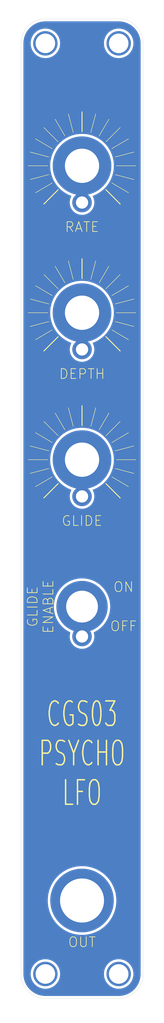
<source format=kicad_pcb>
(kicad_pcb (version 20211014) (generator pcbnew)
  (title_block (title "CGS03 Psycho LFO Front Panel") (date "2022-08-05") (rev "0.1") (company "fbus"))
  (layers (0 "F.Cu" signal) (31 "B.Cu" signal) (34 "B.Paste" user) (35 "F.Paste" user) (36 "B.SilkS" user "B.Silkscreen") (37 "F.SilkS" user "F.Silkscreen") (38 "B.Mask" user) (39 "F.Mask" user) (44 "Edge.Cuts" user))
  (net 0 "")
  (footprint "kosmo-panel:Miniature Toggle Switch" (layer "F.Cu") (at 42.5 140)
    (fp_text reference "REF**")
    (fp_text value "Miniature Toggle Switch")
    (pad "" np_thru_hole circle (at 0 0) (size 10.5 10.5) (drill 6.5) (layers F&B.Cu *.Mask))
    (pad "" np_thru_hole circle (at 0 6.1) (size 4 4) (drill 2.5) (layers F&B.Cu *.Mask))
  )
  (footprint "kosmo-panel:6.5 mm (Quarter Inch) Jack" (layer "F.Cu") (at 42.5 200)
    (fp_text reference "REF**")
    (fp_text value "6.5 mm (Quarter Inch) Jack")
    (pad "" np_thru_hole circle (at 0 0) (size 13 13) (drill 9) (layers F&B.Cu *.Mask))
  )
  (footprint "kosmo-panel:Potentiometer Sunburst Small" (layer "F.Cu") (at 42.5 50)
    (fp_text reference "REF**")
    (fp_text value "Potentiometer Sunburst Small")
    (fp_line (start 10.6 -2.8) (end 6.8 -1.8) (layer "F.SilkS") (width 0.1))
    (fp_line (start -1.8 -6.8) (end -2.8 -10.6) (layer "F.SilkS") (width 0.1))
    (fp_line (start 10.6 2.8) (end 6.8 1.8) (layer "F.SilkS") (width 0.1))
    (fp_line (start 0 -7) (end 0 -11) (layer "F.SilkS") (width 0.2))
    (fp_line (start -6.8 1.8) (end -10.6 2.8) (layer "F.SilkS") (width 0.1))
    (fp_line (start -4.9 4.9) (end -7.8 7.8) (layer "F.SilkS") (width 0.2))
    (fp_line (start -3.5 -6.1) (end -5.5 -9.5) (layer "F.SilkS") (width 0.1))
    (fp_line (start -6.1 3.5) (end -9.5 5.5) (layer "F.SilkS") (width 0.1))
    (fp_line (start 4.9 -4.9) (end 7.8 -7.8) (layer "F.SilkS") (width 0.1))
    (fp_line (start -6.8 -1.8) (end -10.6 -2.8) (layer "F.SilkS") (width 0.1))
    (fp_line (start -7 0) (end -11 0) (layer "F.SilkS") (width 0.1))
    (fp_line (start 9.5 5.5) (end 6.1 3.5) (layer "F.SilkS") (width 0.1))
    (fp_line (start 4.9 4.9) (end 7.8 7.8) (layer "F.SilkS") (width 0.2))
    (fp_line (start 9.5 -5.5) (end 6.1 -3.5) (layer "F.SilkS") (width 0.1))
    (fp_line (start 2.8 -10.6) (end 1.8 -6.8) (layer "F.SilkS") (width 0.1))
    (fp_line (start 11 0) (end 7 0) (layer "F.SilkS") (width 0.1))
    (fp_line (start -7.8 -7.8) (end -4.9 -4.9) (layer "F.SilkS") (width 0.1))
    (fp_line (start -6.1 -3.5) (end -9.5 -5.5) (layer "F.SilkS") (width 0.1))
    (fp_line (start 5.5 -9.5) (end 3.5 -6.1) (layer "F.SilkS") (width 0.1))
    (pad "" np_thru_hole circle (at 0 7.5) (size 4 4) (drill 2.5) (layers F&B.Cu *.Mask))
    (pad "" np_thru_hole circle (at 0 0) (size 12 12) (drill 7) (layers F&B.Cu *.Mask))
  )
  (footprint "kosmo-panel:KOSMO 2.5 cm Panel" (layer "F.Cu") (at 30 20)
    (fp_text reference "REF**")
    (fp_text value "KOSMO 2.5 cm Panel")
    (fp_line (start 5 200) (end 20 200) (layer "Edge.Cuts") (width 0.05))
    (fp_line (start 25 5) (end 25 195) (layer "Edge.Cuts") (width 0.05))
    (fp_line (start 0 5) (end 0 195) (layer "Edge.Cuts") (width 0.05))
    (fp_line (start 5 0) (end 20 0) (layer "Edge.Cuts") (width 0.05))
    (fp_arc (start 5 200) (mid 1.464466 198.535534) (end 0 195) (layer "Edge.Cuts") (width 0.05))
    (fp_arc (start 0 5) (mid 1.464466 1.464466) (end 5 0) (layer "Edge.Cuts") (width 0.05))
    (fp_arc (start 25 195) (mid 23.535534 198.535534) (end 20 200) (layer "Edge.Cuts") (width 0.05))
    (fp_arc (start 20 0) (mid 23.535534 1.464466) (end 25 5) (layer "Edge.Cuts") (width 0.05))
    (pad "" np_thru_hole circle (at 20 195) (size 5 5) (drill 4) (layers F&B.Cu *.Mask))
    (pad "" np_thru_hole circle (at 20 5) (size 5 5) (drill 4) (layers F&B.Cu *.Mask))
    (pad "" np_thru_hole circle (at 5 195) (size 5 5) (drill 4) (layers F&B.Cu *.Mask))
    (pad "" np_thru_hole circle (at 5 5) (size 5 5) (drill 4) (layers F&B.Cu *.Mask))
  )
  (footprint "kosmo-panel:Potentiometer Sunburst Small" (layer "F.Cu") (at 42.5 80)
    (fp_text reference "REF**")
    (fp_text value "Potentiometer Sunburst Small")
    (fp_line (start -6.1 -3.5) (end -9.5 -5.5) (layer "F.SilkS") (width 0.1))
    (fp_line (start 9.5 5.5) (end 6.1 3.5) (layer "F.SilkS") (width 0.1))
    (fp_line (start -6.8 1.8) (end -10.6 2.8) (layer "F.SilkS") (width 0.1))
    (fp_line (start 9.5 -5.5) (end 6.1 -3.5) (layer "F.SilkS") (width 0.1))
    (fp_line (start -6.1 3.5) (end -9.5 5.5) (layer "F.SilkS") (width 0.1))
    (fp_line (start -4.9 4.9) (end -7.8 7.8) (layer "F.SilkS") (width 0.2))
    (fp_line (start -7.8 -7.8) (end -4.9 -4.9) (layer "F.SilkS") (width 0.1))
    (fp_line (start 0 -7) (end 0 -11) (layer "F.SilkS") (width 0.2))
    (fp_line (start 5.5 -9.5) (end 3.5 -6.1) (layer "F.SilkS") (width 0.1))
    (fp_line (start -6.8 -1.8) (end -10.6 -2.8) (layer "F.SilkS") (width 0.1))
    (fp_line (start -3.5 -6.1) (end -5.5 -9.5) (layer "F.SilkS") (width 0.1))
    (fp_line (start 10.6 -2.8) (end 6.8 -1.8) (layer "F.SilkS") (width 0.1))
    (fp_line (start 10.6 2.8) (end 6.8 1.8) (layer "F.SilkS") (width 0.1))
    (fp_line (start 11 0) (end 7 0) (layer "F.SilkS") (width 0.1))
    (fp_line (start -7 0) (end -11 0) (layer "F.SilkS") (width 0.1))
    (fp_line (start 4.9 4.9) (end 7.8 7.8) (layer "F.SilkS") (width 0.2))
    (fp_line (start -1.8 -6.8) (end -2.8 -10.6) (layer "F.SilkS") (width 0.1))
    (fp_line (start 2.8 -10.6) (end 1.8 -6.8) (layer "F.SilkS") (width 0.1))
    (fp_line (start 4.9 -4.9) (end 7.8 -7.8) (layer "F.SilkS") (width 0.1))
    (pad "" np_thru_hole circle (at 0 7.5) (size 4 4) (drill 2.5) (layers F&B.Cu *.Mask))
    (pad "" np_thru_hole circle (at 0 0) (size 12 12) (drill 7) (layers F&B.Cu *.Mask))
  )
  (footprint "kosmo-panel:Potentiometer Sunburst Small" (layer "F.Cu") (at 42.5 110)
    (fp_text reference "REF**")
    (fp_text value "Potentiometer Sunburst Small")
    (fp_line (start 9.5 -5.5) (end 6.1 -3.5) (layer "F.SilkS") (width 0.1))
    (fp_line (start 11 0) (end 7 0) (layer "F.SilkS") (width 0.1))
    (fp_line (start -6.8 -1.8) (end -10.6 -2.8) (layer "F.SilkS") (width 0.1))
    (fp_line (start -7.8 -7.8) (end -4.9 -4.9) (layer "F.SilkS") (width 0.1))
    (fp_line (start 5.5 -9.5) (end 3.5 -6.1) (layer "F.SilkS") (width 0.1))
    (fp_line (start 4.9 4.9) (end 7.8 7.8) (layer "F.SilkS") (width 0.2))
    (fp_line (start -3.5 -6.1) (end -5.5 -9.5) (layer "F.SilkS") (width 0.1))
    (fp_line (start -6.1 3.5) (end -9.5 5.5) (layer "F.SilkS") (width 0.1))
    (fp_line (start -1.8 -6.8) (end -2.8 -10.6) (layer "F.SilkS") (width 0.1))
    (fp_line (start 10.6 -2.8) (end 6.8 -1.8) (layer "F.SilkS") (width 0.1))
    (fp_line (start 10.6 2.8) (end 6.8 1.8) (layer "F.SilkS") (width 0.1))
    (fp_line (start 2.8 -10.6) (end 1.8 -6.8) (layer "F.SilkS") (width 0.1))
    (fp_line (start 9.5 5.5) (end 6.1 3.5) (layer "F.SilkS") (width 0.1))
    (fp_line (start -4.9 4.9) (end -7.8 7.8) (layer "F.SilkS") (width 0.2))
    (fp_line (start 4.9 -4.9) (end 7.8 -7.8) (layer "F.SilkS") (width 0.1))
    (fp_line (start 0 -7) (end 0 -11) (layer "F.SilkS") (width 0.2))
    (fp_line (start -6.1 -3.5) (end -9.5 -5.5) (layer "F.SilkS") (width 0.1))
    (fp_line (start -7 0) (end -11 0) (layer "F.SilkS") (width 0.1))
    (fp_line (start -6.8 1.8) (end -10.6 2.8) (layer "F.SilkS") (width 0.1))
    (pad "" np_thru_hole circle (at 0 0) (size 12 12) (drill 7) (layers F&B.Cu *.Mask))
    (pad "" np_thru_hole circle (at 0 7.5) (size 4 4) (drill 2.5) (layers F&B.Cu *.Mask))
  )
  (gr_text "CGS03\nPSYCHO\nLFO" (at 42.5 170) (layer "F.Cu") (effects (font (size 5 3) (thickness 0.3))))
  (gr_text "CGS03\nPSYCHO\nLFO" (at 42.5 170) (layer "F.SilkS") (effects (font (size 5 3) (thickness 0.3))))
  (gr_text "ON" (at 51 136) (layer "F.SilkS") (effects (font (size 2 2))))
  (gr_text "OUT" (at 42.5 208.5) (layer "F.SilkS") (effects (font (size 2 2))))
  (gr_text "GLIDE\nENABLE" (at 34 140 90) (layer "F.SilkS") (effects (font (size 2 2))))
  (gr_text "RATE" (at 42.5 62.5) (layer "F.SilkS") (effects (font (size 2 2))))
  (gr_text "GLIDE" (at 42.5 122.5) (layer "F.SilkS") (effects (font (size 2 2))))
  (gr_text "OFF" (at 51 144) (layer "F.SilkS") (effects (font (size 2 2))))
  (gr_text "DEPTH" (at 42.5 92.5) (layer "F.SilkS") (effects (font (size 2 2))))
  (zone (net 0) (net_name "") (layer "B.Cu") (connect_pads (clearance 0.508)) (min_thickness 0.254) (fill yes (thermal_gap 0.508) (thermal_bridge_width 0.508))
    (polygon (pts (xy 55.88 220.98) (xy 27.94 220.98) (xy 27.94 17.78) (xy 55.88 17.78)))
  )
)
</source>
